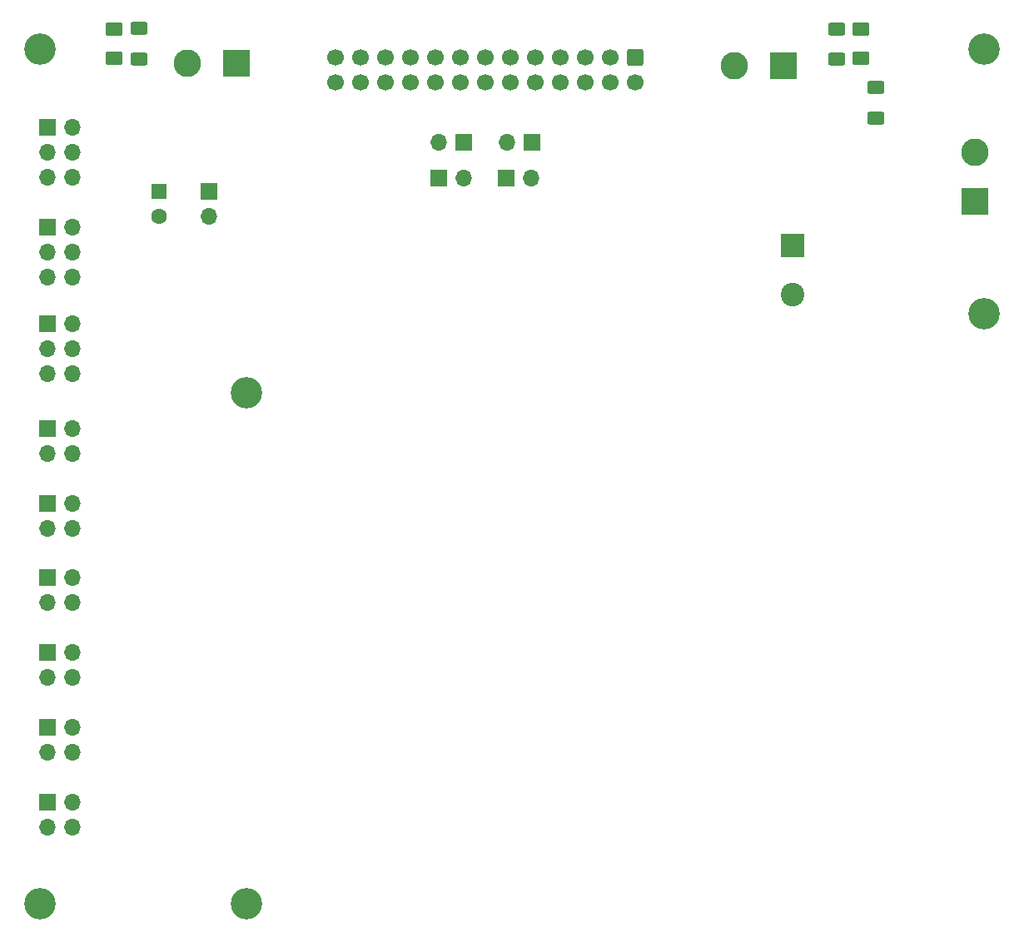
<source format=gbr>
%TF.GenerationSoftware,KiCad,Pcbnew,(6.0.0-0)*%
%TF.CreationDate,2023-01-16T13:09:05-05:00*%
%TF.ProjectId,Clank_controller,436c616e-6b5f-4636-9f6e-74726f6c6c65,rev?*%
%TF.SameCoordinates,Original*%
%TF.FileFunction,Soldermask,Top*%
%TF.FilePolarity,Negative*%
%FSLAX46Y46*%
G04 Gerber Fmt 4.6, Leading zero omitted, Abs format (unit mm)*
G04 Created by KiCad (PCBNEW (6.0.0-0)) date 2023-01-16 13:09:05*
%MOMM*%
%LPD*%
G01*
G04 APERTURE LIST*
G04 Aperture macros list*
%AMRoundRect*
0 Rectangle with rounded corners*
0 $1 Rounding radius*
0 $2 $3 $4 $5 $6 $7 $8 $9 X,Y pos of 4 corners*
0 Add a 4 corners polygon primitive as box body*
4,1,4,$2,$3,$4,$5,$6,$7,$8,$9,$2,$3,0*
0 Add four circle primitives for the rounded corners*
1,1,$1+$1,$2,$3*
1,1,$1+$1,$4,$5*
1,1,$1+$1,$6,$7*
1,1,$1+$1,$8,$9*
0 Add four rect primitives between the rounded corners*
20,1,$1+$1,$2,$3,$4,$5,0*
20,1,$1+$1,$4,$5,$6,$7,0*
20,1,$1+$1,$6,$7,$8,$9,0*
20,1,$1+$1,$8,$9,$2,$3,0*%
G04 Aperture macros list end*
%ADD10R,1.700000X1.700000*%
%ADD11O,1.700000X1.700000*%
%ADD12RoundRect,0.250000X-0.600000X0.600000X-0.600000X-0.600000X0.600000X-0.600000X0.600000X0.600000X0*%
%ADD13C,1.700000*%
%ADD14RoundRect,0.250001X-0.624999X0.462499X-0.624999X-0.462499X0.624999X-0.462499X0.624999X0.462499X0*%
%ADD15RoundRect,0.250000X-0.625000X0.400000X-0.625000X-0.400000X0.625000X-0.400000X0.625000X0.400000X0*%
%ADD16C,3.200000*%
%ADD17R,2.800000X2.800000*%
%ADD18C,2.800000*%
%ADD19R,1.600000X1.600000*%
%ADD20C,1.600000*%
%ADD21R,2.400000X2.400000*%
%ADD22C,2.400000*%
G04 APERTURE END LIST*
D10*
%TO.C,J3*%
X100555000Y-115078750D03*
D11*
X103095000Y-115078750D03*
X100555000Y-117618750D03*
X103095000Y-117618750D03*
%TD*%
D10*
%TO.C,J17*%
X147265000Y-74450000D03*
D11*
X149805000Y-74450000D03*
%TD*%
D12*
%TO.C,J16*%
X160330000Y-62140000D03*
D13*
X160330000Y-64680000D03*
X157790000Y-62140000D03*
X157790000Y-64680000D03*
X155250000Y-62140000D03*
X155250000Y-64680000D03*
X152710000Y-62140000D03*
X152710000Y-64680000D03*
X150170000Y-62140000D03*
X150170000Y-64680000D03*
X147630000Y-62140000D03*
X147630000Y-64680000D03*
X145090000Y-62140000D03*
X145090000Y-64680000D03*
X142550000Y-62140000D03*
X142550000Y-64680000D03*
X140010000Y-62140000D03*
X140010000Y-64680000D03*
X137470000Y-62140000D03*
X137470000Y-64680000D03*
X134930000Y-62140000D03*
X134930000Y-64680000D03*
X132390000Y-62140000D03*
X132390000Y-64680000D03*
X129850000Y-62140000D03*
X129850000Y-64680000D03*
%TD*%
D14*
%TO.C,D2*%
X183330000Y-59262500D03*
X183330000Y-62237500D03*
%TD*%
D10*
%TO.C,J15*%
X142915000Y-70750000D03*
D11*
X140375000Y-70750000D03*
%TD*%
D15*
%TO.C,R2*%
X180830000Y-59222500D03*
X180830000Y-62322500D03*
%TD*%
D10*
%TO.C,J7*%
X100555000Y-89210000D03*
D11*
X103095000Y-89210000D03*
X100555000Y-91750000D03*
X103095000Y-91750000D03*
X100555000Y-94290000D03*
X103095000Y-94290000D03*
%TD*%
D10*
%TO.C,J18*%
X140365000Y-74450000D03*
D11*
X142905000Y-74450000D03*
%TD*%
D10*
%TO.C,J6*%
X100555000Y-137867500D03*
D11*
X103095000Y-137867500D03*
X100555000Y-140407500D03*
X103095000Y-140407500D03*
%TD*%
D10*
%TO.C,J4*%
X100555000Y-122675000D03*
D11*
X103095000Y-122675000D03*
X100555000Y-125215000D03*
X103095000Y-125215000D03*
%TD*%
D10*
%TO.C,J14*%
X149815000Y-70750000D03*
D11*
X147275000Y-70750000D03*
%TD*%
D16*
%TO.C,H4*%
X120830000Y-148250000D03*
%TD*%
D14*
%TO.C,D1*%
X107330000Y-59262500D03*
X107330000Y-62237500D03*
%TD*%
D10*
%TO.C,J9*%
X100555000Y-79378750D03*
D11*
X103095000Y-79378750D03*
X100555000Y-81918750D03*
X103095000Y-81918750D03*
X100555000Y-84458750D03*
X103095000Y-84458750D03*
%TD*%
D16*
%TO.C,H3*%
X99830000Y-61250000D03*
%TD*%
D10*
%TO.C,J8*%
X100555000Y-69225000D03*
D11*
X103095000Y-69225000D03*
X100555000Y-71765000D03*
X103095000Y-71765000D03*
X100555000Y-74305000D03*
X103095000Y-74305000D03*
%TD*%
D10*
%TO.C,J2*%
X100555000Y-107482500D03*
D11*
X103095000Y-107482500D03*
X100555000Y-110022500D03*
X103095000Y-110022500D03*
%TD*%
D17*
%TO.C,J10*%
X119830000Y-62750000D03*
D18*
X114830000Y-62750000D03*
%TD*%
D15*
%TO.C,R3*%
X184810000Y-65210000D03*
X184810000Y-68310000D03*
%TD*%
%TO.C,R1*%
X109850000Y-59177500D03*
X109850000Y-62277500D03*
%TD*%
D10*
%TO.C,J1*%
X100555000Y-99886250D03*
D11*
X103095000Y-99886250D03*
X100555000Y-102426250D03*
X103095000Y-102426250D03*
%TD*%
D10*
%TO.C,J12*%
X117015000Y-75740000D03*
D11*
X117015000Y-78280000D03*
%TD*%
D17*
%TO.C,J11*%
X175410000Y-63000000D03*
D18*
X170410000Y-63000000D03*
%TD*%
D16*
%TO.C,H5*%
X120830000Y-96250000D03*
%TD*%
%TO.C,H6*%
X195830000Y-88250000D03*
%TD*%
D19*
%TO.C,C1*%
X111930000Y-75804888D03*
D20*
X111930000Y-78304888D03*
%TD*%
D17*
%TO.C,J13*%
X194880000Y-76750000D03*
D18*
X194880000Y-71750000D03*
%TD*%
D10*
%TO.C,J5*%
X100555000Y-130271250D03*
D11*
X103095000Y-130271250D03*
X100555000Y-132811250D03*
X103095000Y-132811250D03*
%TD*%
D16*
%TO.C,H1*%
X195830000Y-61250000D03*
%TD*%
%TO.C,H2*%
X99830000Y-148250000D03*
%TD*%
D21*
%TO.C,C2*%
X176330000Y-81250000D03*
D22*
X176330000Y-86250000D03*
%TD*%
M02*

</source>
